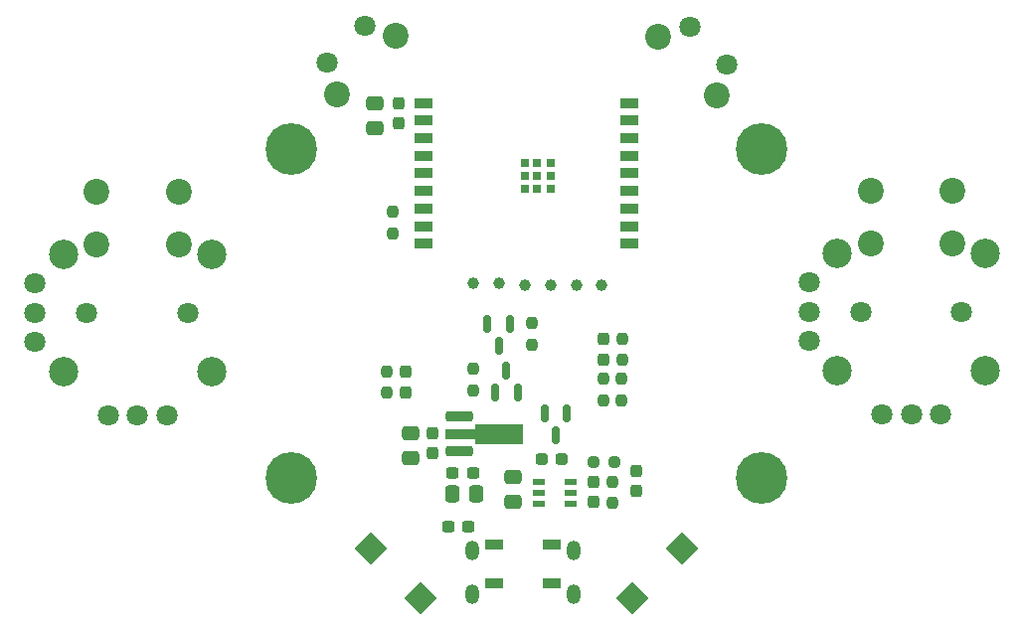
<source format=gbr>
%TF.GenerationSoftware,KiCad,Pcbnew,8.0.1*%
%TF.CreationDate,2024-05-01T12:09:58+08:00*%
%TF.ProjectId,controller,636f6e74-726f-46c6-9c65-722e6b696361,rev?*%
%TF.SameCoordinates,Original*%
%TF.FileFunction,Soldermask,Top*%
%TF.FilePolarity,Negative*%
%FSLAX46Y46*%
G04 Gerber Fmt 4.6, Leading zero omitted, Abs format (unit mm)*
G04 Created by KiCad (PCBNEW 8.0.1) date 2024-05-01 12:09:58*
%MOMM*%
%LPD*%
G01*
G04 APERTURE LIST*
G04 Aperture macros list*
%AMRoundRect*
0 Rectangle with rounded corners*
0 $1 Rounding radius*
0 $2 $3 $4 $5 $6 $7 $8 $9 X,Y pos of 4 corners*
0 Add a 4 corners polygon primitive as box body*
4,1,4,$2,$3,$4,$5,$6,$7,$8,$9,$2,$3,0*
0 Add four circle primitives for the rounded corners*
1,1,$1+$1,$2,$3*
1,1,$1+$1,$4,$5*
1,1,$1+$1,$6,$7*
1,1,$1+$1,$8,$9*
0 Add four rect primitives between the rounded corners*
20,1,$1+$1,$2,$3,$4,$5,0*
20,1,$1+$1,$4,$5,$6,$7,0*
20,1,$1+$1,$6,$7,$8,$9,0*
20,1,$1+$1,$8,$9,$2,$3,0*%
%AMRotRect*
0 Rectangle, with rotation*
0 The origin of the aperture is its center*
0 $1 length*
0 $2 width*
0 $3 Rotation angle, in degrees counterclockwise*
0 Add horizontal line*
21,1,$1,$2,0,0,$3*%
%AMFreePoly0*
4,1,9,5.362500,-0.866500,1.237500,-0.866500,1.237500,-0.450000,-1.237500,-0.450000,-1.237500,0.450000,1.237500,0.450000,1.237500,0.866500,5.362500,0.866500,5.362500,-0.866500,5.362500,-0.866500,$1*%
G04 Aperture macros list end*
%ADD10R,1.500000X0.900000*%
%ADD11R,0.700000X0.700000*%
%ADD12RoundRect,0.250000X-0.337500X-0.475000X0.337500X-0.475000X0.337500X0.475000X-0.337500X0.475000X0*%
%ADD13RoundRect,0.237500X-0.300000X-0.237500X0.300000X-0.237500X0.300000X0.237500X-0.300000X0.237500X0*%
%ADD14RoundRect,0.237500X0.237500X-0.300000X0.237500X0.300000X-0.237500X0.300000X-0.237500X-0.300000X0*%
%ADD15C,4.400000*%
%ADD16RoundRect,0.150000X-0.150000X0.587500X-0.150000X-0.587500X0.150000X-0.587500X0.150000X0.587500X0*%
%ADD17C,1.800000*%
%ADD18C,2.500000*%
%ADD19C,2.200000*%
%ADD20RoundRect,0.237500X0.237500X-0.250000X0.237500X0.250000X-0.237500X0.250000X-0.237500X-0.250000X0*%
%ADD21RoundRect,0.237500X0.237500X-0.287500X0.237500X0.287500X-0.237500X0.287500X-0.237500X-0.287500X0*%
%ADD22C,1.000000*%
%ADD23RoundRect,0.250000X-0.475000X0.337500X-0.475000X-0.337500X0.475000X-0.337500X0.475000X0.337500X0*%
%ADD24RoundRect,0.237500X0.250000X0.237500X-0.250000X0.237500X-0.250000X-0.237500X0.250000X-0.237500X0*%
%ADD25RoundRect,0.237500X-0.237500X0.300000X-0.237500X-0.300000X0.237500X-0.300000X0.237500X0.300000X0*%
%ADD26RotRect,2.000000X2.000000X45.000000*%
%ADD27RoundRect,0.237500X-0.237500X0.250000X-0.237500X-0.250000X0.237500X-0.250000X0.237500X0.250000X0*%
%ADD28RoundRect,0.237500X-0.287500X-0.237500X0.287500X-0.237500X0.287500X0.237500X-0.287500X0.237500X0*%
%ADD29RoundRect,0.150000X0.150000X-0.587500X0.150000X0.587500X-0.150000X0.587500X-0.150000X-0.587500X0*%
%ADD30RoundRect,0.250000X0.475000X-0.337500X0.475000X0.337500X-0.475000X0.337500X-0.475000X-0.337500X0*%
%ADD31RoundRect,0.225000X-0.925000X-0.225000X0.925000X-0.225000X0.925000X0.225000X-0.925000X0.225000X0*%
%ADD32FreePoly0,0.000000*%
%ADD33R,1.100000X0.600000*%
%ADD34RotRect,2.000000X2.000000X135.000000*%
%ADD35O,1.200000X1.700000*%
G04 APERTURE END LIST*
D10*
%TO.C,U4*%
X114550000Y-63000000D03*
X114550000Y-64500000D03*
X114550000Y-66000000D03*
X114550000Y-67500000D03*
X114550000Y-69000000D03*
X114550000Y-70500000D03*
X114550000Y-72000000D03*
X114550000Y-73500000D03*
X114550000Y-75000000D03*
X132050000Y-75000000D03*
X132050000Y-73500000D03*
X132050000Y-72000000D03*
X132050000Y-70500000D03*
X132050000Y-69000000D03*
X132050000Y-67500000D03*
X132050000Y-66000000D03*
X132050000Y-64500000D03*
X132050000Y-63000000D03*
D11*
X123160000Y-68100000D03*
X123160000Y-69200000D03*
X123160000Y-70300000D03*
X124210000Y-68100000D03*
X124210000Y-69200000D03*
X124210000Y-70300000D03*
X125360000Y-68100000D03*
X125360000Y-69200000D03*
X125360000Y-70300000D03*
%TD*%
D10*
%TO.C,D3*%
X120550000Y-100650000D03*
X120550000Y-103950000D03*
X125450000Y-103950000D03*
X125450000Y-100650000D03*
%TD*%
D12*
%TO.C,C7*%
X116962500Y-96300000D03*
X119037500Y-96300000D03*
%TD*%
D13*
%TO.C,C8*%
X117037500Y-94500000D03*
X118762500Y-94500000D03*
%TD*%
D14*
%TO.C,C4*%
X129000000Y-97012500D03*
X129000000Y-95287500D03*
%TD*%
D15*
%TO.C,H1*%
X103300000Y-95000000D03*
%TD*%
D16*
%TO.C,Q2*%
X121887500Y-81862500D03*
X119987500Y-81862500D03*
X120937500Y-83737500D03*
%TD*%
D17*
%TO.C,SW2*%
X94481000Y-80892000D03*
X85881000Y-80892000D03*
X81451000Y-78392000D03*
X81451000Y-80892000D03*
X81451000Y-83392000D03*
X87681000Y-89622000D03*
X90180000Y-89622000D03*
X92681000Y-89622000D03*
D18*
X96505000Y-85892000D03*
X96505000Y-75892000D03*
X83855000Y-75892000D03*
X83855000Y-85892000D03*
D19*
X93700000Y-75100000D03*
X93700000Y-70600000D03*
X86700000Y-75100000D03*
X86700000Y-70600000D03*
%TD*%
D20*
%TO.C,R1*%
X111400000Y-87712500D03*
X111400000Y-85887500D03*
%TD*%
%TO.C,R3*%
X130600000Y-97112500D03*
X130600000Y-95287500D03*
%TD*%
%TO.C,R6*%
X129870000Y-88330000D03*
X129870000Y-86505000D03*
%TD*%
%TO.C,R8*%
X118800000Y-87512500D03*
X118800000Y-85687500D03*
%TD*%
D21*
%TO.C,D2*%
X132700000Y-96075000D03*
X132700000Y-94325000D03*
%TD*%
D22*
%TO.C,TP4*%
X123200000Y-78500000D03*
%TD*%
D23*
%TO.C,C2*%
X110400000Y-63062500D03*
X110400000Y-65137500D03*
%TD*%
D14*
%TO.C,C6*%
X129900000Y-84850000D03*
X129900000Y-83125000D03*
%TD*%
%TO.C,C1*%
X113000000Y-87662500D03*
X113000000Y-85937500D03*
%TD*%
D15*
%TO.C,H3*%
X143300000Y-95000000D03*
%TD*%
D22*
%TO.C,TP1*%
X118800000Y-78400000D03*
%TD*%
D15*
%TO.C,H4*%
X103300000Y-66900000D03*
%TD*%
D24*
%TO.C,R4*%
X130812500Y-93600000D03*
X128987500Y-93600000D03*
%TD*%
D25*
%TO.C,C9*%
X115300000Y-91137500D03*
X115300000Y-92862500D03*
%TD*%
D26*
%TO.C,SW5*%
X132278680Y-105221320D03*
X136521320Y-100978680D03*
%TD*%
D16*
%TO.C,D4*%
X126750000Y-89425000D03*
X124850000Y-89425000D03*
X125800000Y-91300000D03*
%TD*%
D27*
%TO.C,R7*%
X131500000Y-83075000D03*
X131500000Y-84900000D03*
%TD*%
D28*
%TO.C,D1*%
X124600000Y-93350000D03*
X126350000Y-93350000D03*
%TD*%
D23*
%TO.C,C10*%
X113400000Y-91162500D03*
X113400000Y-93237500D03*
%TD*%
D29*
%TO.C,Q1*%
X120650000Y-87675000D03*
X122550000Y-87675000D03*
X121600000Y-85800000D03*
%TD*%
D13*
%TO.C,C11*%
X116637500Y-99100000D03*
X118362500Y-99100000D03*
%TD*%
D27*
%TO.C,R5*%
X131380000Y-86497022D03*
X131380000Y-88322022D03*
%TD*%
D30*
%TO.C,C5*%
X122150000Y-96987500D03*
X122150000Y-94912500D03*
%TD*%
D17*
%TO.C,SW3*%
X160381000Y-80792000D03*
X151781000Y-80792000D03*
X147351000Y-78292000D03*
X147351000Y-80792000D03*
X147351000Y-83292000D03*
X153581000Y-89522000D03*
X156080000Y-89522000D03*
X158581000Y-89522000D03*
D18*
X162405000Y-85792000D03*
X162405000Y-75792000D03*
X149755000Y-75792000D03*
X149755000Y-85792000D03*
D19*
X159600000Y-75000000D03*
X159600000Y-70500000D03*
X152600000Y-75000000D03*
X152600000Y-70500000D03*
%TD*%
D31*
%TO.C,U3*%
X117600000Y-89700000D03*
D32*
X117687500Y-91200000D03*
D31*
X117600000Y-92700000D03*
%TD*%
D27*
%TO.C,R2*%
X111900000Y-72287500D03*
X111900000Y-74112500D03*
%TD*%
D22*
%TO.C,TP5*%
X121000000Y-78400000D03*
%TD*%
D33*
%TO.C,U1*%
X124400000Y-95300000D03*
X124400000Y-96250000D03*
X124400000Y-97200000D03*
X127100000Y-97200000D03*
X127100000Y-96250000D03*
X127100000Y-95300000D03*
%TD*%
D20*
%TO.C,R9*%
X123800000Y-83612500D03*
X123800000Y-81787500D03*
%TD*%
D15*
%TO.C,H2*%
X143300000Y-66900000D03*
%TD*%
D22*
%TO.C,TP2*%
X125400000Y-78500000D03*
%TD*%
%TO.C,TP3*%
X127600000Y-78500000D03*
%TD*%
%TO.C,TP6*%
X129700000Y-78500000D03*
%TD*%
D34*
%TO.C,SW8*%
X114300000Y-105200000D03*
X110057360Y-100957360D03*
%TD*%
D25*
%TO.C,C3*%
X112400000Y-63037500D03*
X112400000Y-64762500D03*
%TD*%
D17*
%TO.C,SW4*%
X106325126Y-59607107D03*
X109507107Y-56425126D03*
D19*
X112158757Y-57309010D03*
X107209010Y-62258757D03*
%TD*%
D35*
%TO.C,J1*%
X127320000Y-101100000D03*
X118680000Y-101100000D03*
X127320000Y-104900000D03*
X118680000Y-104900000D03*
%TD*%
D17*
%TO.C,SW6*%
X137192893Y-56525126D03*
X140374874Y-59707107D03*
D19*
X139490990Y-62358757D03*
X134541243Y-57409010D03*
%TD*%
M02*

</source>
